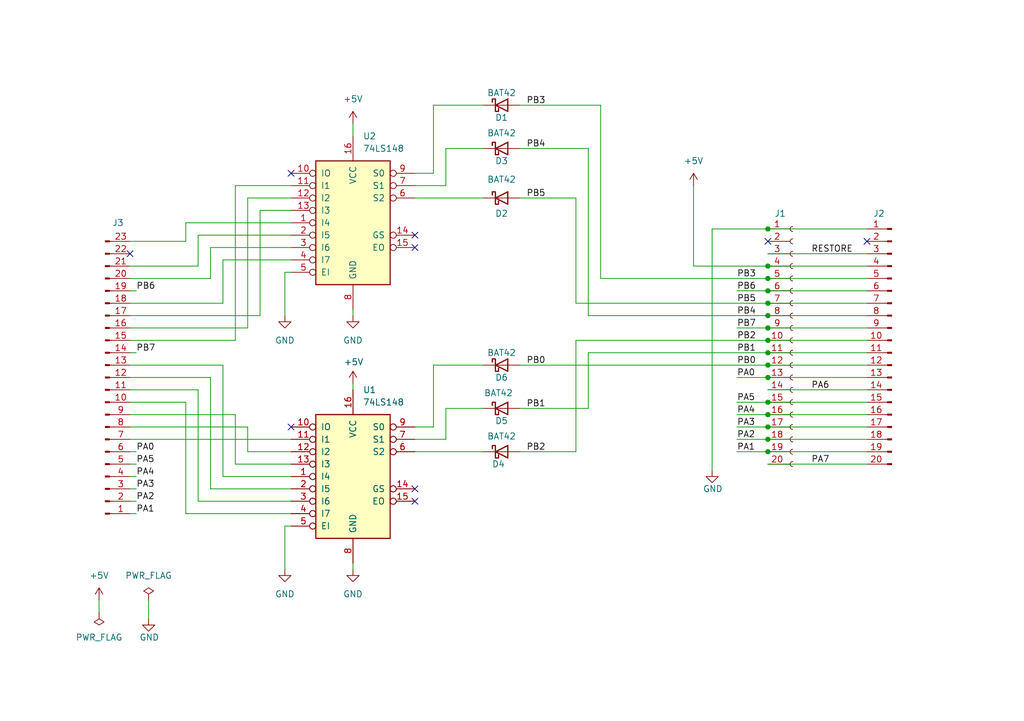
<source format=kicad_sch>
(kicad_sch (version 20230121) (generator eeschema)
  (paper "A5")
  (title_block (title "Tast32x2") (date "2022-04-10") (rev "V001") (comment 1 "reverse-engineered in 2022") (comment 2 "creativecommons.org/licenses/by-sa/4.0/") (comment 3 "License: CC BY-SA 4.0") (comment 4 "Author: InsaneDruid"))
  (lib_symbols
    (symbol "74xx:74LS148" (pin_names (offset 1.016))
      (property "Reference" "U" (at -7.62 13.97 0))
      (property "Value" "74LS148" (at -7.62 -13.97 0))
      (symbol "74LS148_1_0"
        (pin input inverted (at -12.7 0 0) (length 5.08) (name "I4") (number "1"))
        (pin input inverted (at -12.7 10.16 0) (length 5.08) (name "IO") (number "10"))
        (pin input inverted (at -12.7 7.62 0) (length 5.08) (name "I1") (number "11"))
        (pin input inverted (at -12.7 5.08 0) (length 5.08) (name "I2") (number "12"))
        (pin input inverted (at -12.7 2.54 0) (length 5.08) (name "I3") (number "13"))
        (pin output inverted (at 12.7 -2.54 180) (length 5.08) (name "GS") (number "14"))
        (pin output inverted (at 12.7 -5.08 180) (length 5.08) (name "EO") (number "15"))
        (pin power_in line (at 0 17.78 270) (length 5.08) (name "VCC") (number "16"))
        (pin input inverted (at -12.7 -2.54 0) (length 5.08) (name "I5") (number "2"))
        (pin input inverted (at -12.7 -5.08 0) (length 5.08) (name "I6") (number "3"))
        (pin input inverted (at -12.7 -7.62 0) (length 5.08) (name "I7") (number "4"))
        (pin input inverted (at -12.7 -10.16 0) (length 5.08) (name "EI") (number "5"))
        (pin output inverted (at 12.7 5.08 180) (length 5.08) (name "S2") (number "6"))
        (pin output inverted (at 12.7 7.62 180) (length 5.08) (name "S1") (number "7"))
        (pin power_in line (at 0 -17.78 90) (length 5.08) (name "GND") (number "8"))
        (pin output inverted (at 12.7 10.16 180) (length 5.08) (name "S0") (number "9"))
      )
      (symbol "74LS148_1_1"
        (rectangle (start -7.62 12.7) (end 7.62 -12.7) (stroke (width 0.254)) (fill (type background)))
      )
    )
    (symbol "Connector:Conn_01x20_Pin" (pin_names (offset 1.016) hide)
      (property "Reference" "J" (at 0 25.4 0))
      (property "Value" "Conn_01x20_Pin" (at 0 -27.94 0))
      (symbol "Conn_01x20_Pin_1_1"
        (polyline (pts (xy 1.27 -25.4) (xy 0.8636 -25.4)) (stroke (width 0.1524)))
        (polyline (pts (xy 1.27 -22.86) (xy 0.8636 -22.86)) (stroke (width 0.1524)))
        (polyline (pts (xy 1.27 -20.32) (xy 0.8636 -20.32)) (stroke (width 0.1524)))
        (polyline (pts (xy 1.27 -17.78) (xy 0.8636 -17.78)) (stroke (width 0.1524)))
        (polyline (pts (xy 1.27 -15.24) (xy 0.8636 -15.24)) (stroke (width 0.1524)))
        (polyline (pts (xy 1.27 -12.7) (xy 0.8636 -12.7)) (stroke (width 0.1524)))
        (polyline (pts (xy 1.27 -10.16) (xy 0.8636 -10.16)) (stroke (width 0.1524)))
        (polyline (pts (xy 1.27 -7.62) (xy 0.8636 -7.62)) (stroke (width 0.1524)))
        (polyline (pts (xy 1.27 -5.08) (xy 0.8636 -5.08)) (stroke (width 0.1524)))
        (polyline (pts (xy 1.27 -2.54) (xy 0.8636 -2.54)) (stroke (width 0.1524)))
        (polyline (pts (xy 1.27 0) (xy 0.8636 0)) (stroke (width 0.1524)))
        (polyline (pts (xy 1.27 2.54) (xy 0.8636 2.54)) (stroke (width 0.1524)))
        (polyline (pts (xy 1.27 5.08) (xy 0.8636 5.08)) (stroke (width 0.1524)))
        (polyline (pts (xy 1.27 7.62) (xy 0.8636 7.62)) (stroke (width 0.1524)))
        (polyline (pts (xy 1.27 10.16) (xy 0.8636 10.16)) (stroke (width 0.1524)))
        (polyline (pts (xy 1.27 12.7) (xy 0.8636 12.7)) (stroke (width 0.1524)))
        (polyline (pts (xy 1.27 15.24) (xy 0.8636 15.24)) (stroke (width 0.1524)))
        (polyline (pts (xy 1.27 17.78) (xy 0.8636 17.78)) (stroke (width 0.1524)))
        (polyline (pts (xy 1.27 20.32) (xy 0.8636 20.32)) (stroke (width 0.1524)))
        (polyline (pts (xy 1.27 22.86) (xy 0.8636 22.86)) (stroke (width 0.1524)))
        (rectangle (start 0.8636 -25.273) (end 0 -25.527) (stroke (width 0.1524)) (fill (type outline)))
        (rectangle (start 0.8636 -22.733) (end 0 -22.987) (stroke (width 0.1524)) (fill (type outline)))
        (rectangle (start 0.8636 -20.193) (end 0 -20.447) (stroke (width 0.1524)) (fill (type outline)))
        (rectangle (start 0.8636 -17.653) (end 0 -17.907) (stroke (width 0.1524)) (fill (type outline)))
        (rectangle (start 0.8636 -15.113) (end 0 -15.367) (stroke (width 0.1524)) (fill (type outline)))
        (rectangle (start 0.8636 -12.573) (end 0 -12.827) (stroke (width 0.1524)) (fill (type outline)))
        (rectangle (start 0.8636 -10.033) (end 0 -10.287) (stroke (width 0.1524)) (fill (type outline)))
        (rectangle (start 0.8636 -7.493) (end 0 -7.747) (stroke (width 0.1524)) (fill (type outline)))
        (rectangle (start 0.8636 -4.953) (end 0 -5.207) (stroke (width 0.1524)) (fill (type outline)))
        (rectangle (start 0.8636 -2.413) (end 0 -2.667) (stroke (width 0.1524)) (fill (type outline)))
        (rectangle (start 0.8636 0.127) (end 0 -0.127) (stroke (width 0.1524)) (fill (type outline)))
        (rectangle (start 0.8636 2.667) (end 0 2.413) (stroke (width 0.1524)) (fill (type outline)))
        (rectangle (start 0.8636 5.207) (end 0 4.953) (stroke (width 0.1524)) (fill (type outline)))
        (rectangle (start 0.8636 7.747) (end 0 7.493) (stroke (width 0.1524)) (fill (type outline)))
        (rectangle (start 0.8636 10.287) (end 0 10.033) (stroke (width 0.1524)) (fill (type outline)))
        (rectangle (start 0.8636 12.827) (end 0 12.573) (stroke (width 0.1524)) (fill (type outline)))
        (rectangle (start 0.8636 15.367) (end 0 15.113) (stroke (width 0.1524)) (fill (type outline)))
        (rectangle (start 0.8636 17.907) (end 0 17.653) (stroke (width 0.1524)) (fill (type outline)))
        (rectangle (start 0.8636 20.447) (end 0 20.193) (stroke (width 0.1524)) (fill (type outline)))
        (rectangle (start 0.8636 22.987) (end 0 22.733) (stroke (width 0.1524)) (fill (type outline)))
        (pin passive line (at 5.08 22.86 180) (length 3.81) (name "Pin_1") (number "1"))
        (pin passive line (at 5.08 0 180) (length 3.81) (name "Pin_10") (number "10"))
        (pin passive line (at 5.08 -2.54 180) (length 3.81) (name "Pin_11") (number "11"))
        (pin passive line (at 5.08 -5.08 180) (length 3.81) (name "Pin_12") (number "12"))
        (pin passive line (at 5.08 -7.62 180) (length 3.81) (name "Pin_13") (number "13"))
        (pin passive line (at 5.08 -10.16 180) (length 3.81) (name "Pin_14") (number "14"))
        (pin passive line (at 5.08 -12.7 180) (length 3.81) (name "Pin_15") (number "15"))
        (pin passive line (at 5.08 -15.24 180) (length 3.81) (name "Pin_16") (number "16"))
        (pin passive line (at 5.08 -17.78 180) (length 3.81) (name "Pin_17") (number "17"))
        (pin passive line (at 5.08 -20.32 180) (length 3.81) (name "Pin_18") (number "18"))
        (pin passive line (at 5.08 -22.86 180) (length 3.81) (name "Pin_19") (number "19"))
        (pin passive line (at 5.08 20.32 180) (length 3.81) (name "Pin_2") (number "2"))
        (pin passive line (at 5.08 -25.4 180) (length 3.81) (name "Pin_20") (number "20"))
        (pin passive line (at 5.08 17.78 180) (length 3.81) (name "Pin_3") (number "3"))
        (pin passive line (at 5.08 15.24 180) (length 3.81) (name "Pin_4") (number "4"))
        (pin passive line (at 5.08 12.7 180) (length 3.81) (name "Pin_5") (number "5"))
        (pin passive line (at 5.08 10.16 180) (length 3.81) (name "Pin_6") (number "6"))
        (pin passive line (at 5.08 7.62 180) (length 3.81) (name "Pin_7") (number "7"))
        (pin passive line (at 5.08 5.08 180) (length 3.81) (name "Pin_8") (number "8"))
        (pin passive line (at 5.08 2.54 180) (length 3.81) (name "Pin_9") (number "9"))
      )
    )
    (symbol "Connector:Conn_01x20_Socket" (pin_names (offset 1.016) hide)
      (property "Reference" "J" (at 0 25.4 0))
      (property "Value" "Conn_01x20_Socket" (at 0 -27.94 0))
      (symbol "Conn_01x20_Socket_1_1"
        (arc (start 0 -24.892) (mid -0.5058 -25.4) (end 0 -25.908) (stroke (width 0.1524)))
        (arc (start 0 -22.352) (mid -0.5058 -22.86) (end 0 -23.368) (stroke (width 0.1524)))
        (arc (start 0 -19.812) (mid -0.5058 -20.32) (end 0 -20.828) (stroke (width 0.1524)))
        (arc (start 0 -17.272) (mid -0.5058 -17.78) (end 0 -18.288) (stroke (width 0.1524)))
        (arc (start 0 -14.732) (mid -0.5058 -15.24) (end 0 -15.748) (stroke (width 0.1524)))
        (arc (start 0 -12.192) (mid -0.5058 -12.7) (end 0 -13.208) (stroke (width 0.1524)))
        (arc (start 0 -9.652) (mid -0.5058 -10.16) (end 0 -10.668) (stroke (width 0.1524)))
        (arc (start 0 -7.112) (mid -0.5058 -7.62) (end 0 -8.128) (stroke (width 0.1524)))
        (arc (start 0 -4.572) (mid -0.5058 -5.08) (end 0 -5.588) (stroke (width 0.1524)))
        (arc (start 0 -2.032) (mid -0.5058 -2.54) (end 0 -3.048) (stroke (width 0.1524)))
        (polyline (pts (xy -1.27 -25.4) (xy -0.508 -25.4)) (stroke (width 0.1524)))
        (polyline (pts (xy -1.27 -22.86) (xy -0.508 -22.86)) (stroke (width 0.1524)))
        (polyline (pts (xy -1.27 -20.32) (xy -0.508 -20.32)) (stroke (width 0.1524)))
        (polyline (pts (xy -1.27 -17.78) (xy -0.508 -17.78)) (stroke (width 0.1524)))
        (polyline (pts (xy -1.27 -15.24) (xy -0.508 -15.24)) (stroke (width 0.1524)))
        (polyline (pts (xy -1.27 -12.7) (xy -0.508 -12.7)) (stroke (width 0.1524)))
        (polyline (pts (xy -1.27 -10.16) (xy -0.508 -10.16)) (stroke (width 0.1524)))
        (polyline (pts (xy -1.27 -7.62) (xy -0.508 -7.62)) (stroke (width 0.1524)))
        (polyline (pts (xy -1.27 -5.08) (xy -0.508 -5.08)) (stroke (width 0.1524)))
        (polyline (pts (xy -1.27 -2.54) (xy -0.508 -2.54)) (stroke (width 0.1524)))
        (polyline (pts (xy -1.27 0) (xy -0.508 0)) (stroke (width 0.1524)))
        (polyline (pts (xy -1.27 2.54) (xy -0.508 2.54)) (stroke (width 0.1524)))
        (polyline (pts (xy -1.27 5.08) (xy -0.508 5.08)) (stroke (width 0.1524)))
        (polyline (pts (xy -1.27 7.62) (xy -0.508 7.62)) (stroke (width 0.1524)))
        (polyline (pts (xy -1.27 10.16) (xy -0.508 10.16)) (stroke (width 0.1524)))
        (polyline (pts (xy -1.27 12.7) (xy -0.508 12.7)) (stroke (width 0.1524)))
        (polyline (pts (xy -1.27 15.24) (xy -0.508 15.24)) (stroke (width 0.1524)))
        (polyline (pts (xy -1.27 17.78) (xy -0.508 17.78)) (stroke (width 0.1524)))
        (polyline (pts (xy -1.27 20.32) (xy -0.508 20.32)) (stroke (width 0.1524)))
        (polyline (pts (xy -1.27 22.86) (xy -0.508 22.86)) (stroke (width 0.1524)))
        (arc (start 0 0.508) (mid -0.5058 0) (end 0 -0.508) (stroke (width 0.1524)))
        (arc (start 0 3.048) (mid -0.5058 2.54) (end 0 2.032) (stroke (width 0.1524)))
        (arc (start 0 5.588) (mid -0.5058 5.08) (end 0 4.572) (stroke (width 0.1524)))
        (arc (start 0 8.128) (mid -0.5058 7.62) (end 0 7.112) (stroke (width 0.1524)))
        (arc (start 0 10.668) (mid -0.5058 10.16) (end 0 9.652) (stroke (width 0.1524)))
        (arc (start 0 13.208) (mid -0.5058 12.7) (end 0 12.192) (stroke (width 0.1524)))
        (arc (start 0 15.748) (mid -0.5058 15.24) (end 0 14.732) (stroke (width 0.1524)))
        (arc (start 0 18.288) (mid -0.5058 17.78) (end 0 17.272) (stroke (width 0.1524)))
        (arc (start 0 20.828) (mid -0.5058 20.32) (end 0 19.812) (stroke (width 0.1524)))
        (arc (start 0 23.368) (mid -0.5058 22.86) (end 0 22.352) (stroke (width 0.1524)))
        (pin passive line (at -5.08 22.86 0) (length 3.81) (name "Pin_1") (number "1"))
        (pin passive line (at -5.08 0 0) (length 3.81) (name "Pin_10") (number "10"))
        (pin passive line (at -5.08 -2.54 0) (length 3.81) (name "Pin_11") (number "11"))
        (pin passive line (at -5.08 -5.08 0) (length 3.81) (name "Pin_12") (number "12"))
        (pin passive line (at -5.08 -7.62 0) (length 3.81) (name "Pin_13") (number "13"))
        (pin passive line (at -5.08 -10.16 0) (length 3.81) (name "Pin_14") (number "14"))
        (pin passive line (at -5.08 -12.7 0) (length 3.81) (name "Pin_15") (number "15"))
        (pin passive line (at -5.08 -15.24 0) (length 3.81) (name "Pin_16") (number "16"))
        (pin passive line (at -5.08 -17.78 0) (length 3.81) (name "Pin_17") (number "17"))
        (pin passive line (at -5.08 -20.32 0) (length 3.81) (name "Pin_18") (number "18"))
        (pin passive line (at -5.08 -22.86 0) (length 3.81) (name "Pin_19") (number "19"))
        (pin passive line (at -5.08 20.32 0) (length 3.81) (name "Pin_2") (number "2"))
        (pin passive line (at -5.08 -25.4 0) (length 3.81) (name "Pin_20") (number "20"))
        (pin passive line (at -5.08 17.78 0) (length 3.81) (name "Pin_3") (number "3"))
        (pin passive line (at -5.08 15.24 0) (length 3.81) (name "Pin_4") (number "4"))
        (pin passive line (at -5.08 12.7 0) (length 3.81) (name "Pin_5") (number "5"))
        (pin passive line (at -5.08 10.16 0) (length 3.81) (name "Pin_6") (number "6"))
        (pin passive line (at -5.08 7.62 0) (length 3.81) (name "Pin_7") (number "7"))
        (pin passive line (at -5.08 5.08 0) (length 3.81) (name "Pin_8") (number "8"))
        (pin passive line (at -5.08 2.54 0) (length 3.81) (name "Pin_9") (number "9"))
      )
    )
    (symbol "Connector:Conn_01x23_Pin" (pin_names (offset 1.016) hide)
      (property "Reference" "J" (at 0 30.48 0))
      (property "Value" "Conn_01x23_Pin" (at 0 -30.48 0))
      (symbol "Conn_01x23_Pin_1_1"
        (polyline (pts (xy 1.27 -27.94) (xy 0.8636 -27.94)) (stroke (width 0.1524)))
        (polyline (pts (xy 1.27 -25.4) (xy 0.8636 -25.4)) (stroke (width 0.1524)))
        (polyline (pts (xy 1.27 -22.86) (xy 0.8636 -22.86)) (stroke (width 0.1524)))
        (polyline (pts (xy 1.27 -20.32) (xy 0.8636 -20.32)) (stroke (width 0.1524)))
        (polyline (pts (xy 1.27 -17.78) (xy 0.8636 -17.78)) (stroke (width 0.1524)))
        (polyline (pts (xy 1.27 -15.24) (xy 0.8636 -15.24)) (stroke (width 0.1524)))
        (polyline (pts (xy 1.27 -12.7) (xy 0.8636 -12.7)) (stroke (width 0.1524)))
        (polyline (pts (xy 1.27 -10.16) (xy 0.8636 -10.16)) (stroke (width 0.1524)))
        (polyline (pts (xy 1.27 -7.62) (xy 0.8636 -7.62)) (stroke (width 0.1524)))
        (polyline (pts (xy 1.27 -5.08) (xy 0.8636 -5.08)) (stroke (width 0.1524)))
        (polyline (pts (xy 1.27 -2.54) (xy 0.8636 -2.54)) (stroke (width 0.1524)))
        (polyline (pts (xy 1.27 0) (xy 0.8636 0)) (stroke (width 0.1524)))
        (polyline (pts (xy 1.27 2.54) (xy 0.8636 2.54)) (stroke (width 0.1524)))
        (polyline (pts (xy 1.27 5.08) (xy 0.8636 5.08)) (stroke (width 0.1524)))
        (polyline (pts (xy 1.27 7.62) (xy 0.8636 7.62)) (stroke (width 0.1524)))
        (polyline (pts (xy 1.27 10.16) (xy 0.8636 10.16)) (stroke (width 0.1524)))
        (polyline (pts (xy 1.27 12.7) (xy 0.8636 12.7)) (stroke (width 0.1524)))
        (polyline (pts (xy 1.27 15.24) (xy 0.8636 15.24)) (stroke (width 0.1524)))
        (polyline (pts (xy 1.27 17.78) (xy 0.8636 17.78)) (stroke (width 0.1524)))
        (polyline (pts (xy 1.27 20.32) (xy 0.8636 20.32)) (stroke (width 0.1524)))
        (polyline (pts (xy 1.27 22.86) (xy 0.8636 22.86)) (stroke (width 0.1524)))
        (polyline (pts (xy 1.27 25.4) (xy 0.8636 25.4)) (stroke (width 0.1524)))
        (polyline (pts (xy 1.27 27.94) (xy 0.8636 27.94)) (stroke (width 0.1524)))
        (rectangle (start 0.8636 -27.813) (end 0 -28.067) (stroke (width 0.1524)) (fill (type outline)))
        (rectangle (start 0.8636 -25.273) (end 0 -25.527) (stroke (width 0.1524)) (fill (type outline)))
        (rectangle (start 0.8636 -22.733) (end 0 -22.987) (stroke (width 0.1524)) (fill (type outline)))
        (rectangle (start 0.8636 -20.193) (end 0 -20.447) (stroke (width 0.1524)) (fill (type outline)))
        (rectangle (start 0.8636 -17.653) (end 0 -17.907) (stroke (width 0.1524)) (fill (type outline)))
        (rectangle (start 0.8636 -15.113) (end 0 -15.367) (stroke (width 0.1524)) (fill (type outline)))
        (rectangle (start 0.8636 -12.573) (end 0 -12.827) (stroke (width 0.1524)) (fill (type outline)))
        (rectangle (start 0.8636 -10.033) (end 0 -10.287) (stroke (width 0.1524)) (fill (type outline)))
        (rectangle (start 0.8636 -7.493) (end 0 -7.747) (stroke (width 0.1524)) (fill (type outline)))
        (rectangle (start 0.8636 -4.953) (end 0 -5.207) (stroke (width 0.1524)) (fill (type outline)))
        (rectangle (start 0.8636 -2.413) (end 0 -2.667) (stroke (width 0.1524)) (fill (type outline)))
        (rectangle (start 0.8636 0.127) (end 0 -0.127) (stroke (width 0.1524)) (fill (type outline)))
        (rectangle (start 0.8636 2.667) (end 0 2.413) (stroke (width 0.1524)) (fill (type outline)))
        (rectangle (start 0.8636 5.207) (end 0 4.953) (stroke (width 0.1524)) (fill (type outline)))
        (rectangle (start 0.8636 7.747) (end 0 7.493) (stroke (width 0.1524)) (fill (type outline)))
        (rectangle (start 0.8636 10.287) (end 0 10.033) (stroke (width 0.1524)) (fill (type outline)))
        (rectangle (start 0.8636 12.827) (end 0 12.573) (stroke (width 0.1524)) (fill (type outline)))
        (rectangle (start 0.8636 15.367) (end 0 15.113) (stroke (width 0.1524)) (fill (type outline)))
        (rectangle (start 0.8636 17.907) (end 0 17.653) (stroke (width 0.1524)) (fill (type outline)))
        (rectangle (start 0.8636 20.447) (end 0 20.193) (stroke (width 0.1524)) (fill (type outline)))
        (rectangle (start 0.8636 22.987) (end 0 22.733) (stroke (width 0.1524)) (fill (type outline)))
        (rectangle (start 0.8636 25.527) (end 0 25.273) (stroke (width 0.1524)) (fill (type outline)))
        (rectangle (start 0.8636 28.067) (end 0 27.813) (stroke (width 0.1524)) (fill (type outline)))
        (pin passive line (at 5.08 27.94 180) (length 3.81) (name "Pin_1") (number "1"))
        (pin passive line (at 5.08 5.08 180) (length 3.81) (name "Pin_10") (number "10"))
        (pin passive line (at 5.08 2.54 180) (length 3.81) (name "Pin_11") (number "11"))
        (pin passive line (at 5.08 0 180) (length 3.81) (name "Pin_12") (number "12"))
        (pin passive line (at 5.08 -2.54 180) (length 3.81) (name "Pin_13") (number "13"))
        (pin passive line (at 5.08 -5.08 180) (length 3.81) (name "Pin_14") (number "14"))
        (pin passive line (at 5.08 -7.62 180) (length 3.81) (name "Pin_15") (number "15"))
        (pin passive line (at 5.08 -10.16 180) (length 3.81) (name "Pin_16") (number "16"))
        (pin passive line (at 5.08 -12.7 180) (length 3.81) (name "Pin_17") (number "17"))
        (pin passive line (at 5.08 -15.24 180) (length 3.81) (name "Pin_18") (number "18"))
        (pin passive line (at 5.08 -17.78 180) (length 3.81) (name "Pin_19") (number "19"))
        (pin passive line (at 5.08 25.4 180) (length 3.81) (name "Pin_2") (number "2"))
        (pin passive line (at 5.08 -20.32 180) (length 3.81) (name "Pin_20") (number "20"))
        (pin passive line (at 5.08 -22.86 180) (length 3.81) (name "Pin_21") (number "21"))
        (pin passive line (at 5.08 -25.4 180) (length 3.81) (name "Pin_22") (number "22"))
        (pin passive line (at 5.08 -27.94 180) (length 3.81) (name "Pin_23") (number "23"))
        (pin passive line (at 5.08 22.86 180) (length 3.81) (name "Pin_3") (number "3"))
        (pin passive line (at 5.08 20.32 180) (length 3.81) (name "Pin_4") (number "4"))
        (pin passive line (at 5.08 17.78 180) (length 3.81) (name "Pin_5") (number "5"))
        (pin passive line (at 5.08 15.24 180) (length 3.81) (name "Pin_6") (number "6"))
        (pin passive line (at 5.08 12.7 180) (length 3.81) (name "Pin_7") (number "7"))
        (pin passive line (at 5.08 10.16 180) (length 3.81) (name "Pin_8") (number "8"))
        (pin passive line (at 5.08 7.62 180) (length 3.81) (name "Pin_9") (number "9"))
      )
    )
    (symbol "Diode:BAT42" (pin_numbers hide) (pin_names (offset 1.016) hide)
      (property "Reference" "D" (at 0 2.54 0))
      (property "Value" "BAT42" (at 0 -2.54 0))
      (symbol "BAT42_0_1"
        (polyline (pts (xy 1.27 0) (xy -1.27 0)))
        (polyline (pts (xy 1.27 1.27) (xy 1.27 -1.27) (xy -1.27 0) (xy 1.27 1.27)) (stroke (width 0.254)))
        (polyline (pts (xy -1.905 0.635) (xy -1.905 1.27) (xy -1.27 1.27) (xy -1.27 -1.27) (xy -0.635 -1.27) (xy -0.635 -0.635)) (stroke (width 0.254)))
      )
      (symbol "BAT42_1_1"
        (pin passive line (at -3.81 0 0) (length 2.54) (name "K") (number "1"))
        (pin passive line (at 3.81 0 180) (length 2.54) (name "A") (number "2"))
      )
    )
    (symbol "power:+5V" (power) (pin_names (offset 0))
      (property "Value" "+5V" (at 0 3.556 0))
      (symbol "+5V_0_1"
        (polyline (pts (xy -0.762 1.27) (xy 0 2.54)))
        (polyline (pts (xy 0 0) (xy 0 2.54)))
        (polyline (pts (xy 0 2.54) (xy 0.762 1.27)))
      )
      (symbol "+5V_1_1"
        (pin power_in line (at 0 0 90) (length 0) hide (name "+5V") (number "1"))
      )
    )
    (symbol "power:GND" (power) (pin_names (offset 0))
      (property "Value" "GND" (at 0 -3.81 0))
      (symbol "GND_0_1"
        (polyline (pts (xy 0 0) (xy 0 -1.27) (xy 1.27 -1.27) (xy 0 -2.54) (xy -1.27 -1.27) (xy 0 -1.27)))
      )
      (symbol "GND_1_1"
        (pin power_in line (at 0 0 270) (length 0) hide (name "GND") (number "1"))
      )
    )
    (symbol "power:PWR_FLAG" (power) (pin_numbers hide) (pin_names (offset 0) hide)
      (property "Value" "PWR_FLAG" (at 0 3.81 0))
      (symbol "PWR_FLAG_0_0"
        (pin power_out line (at 0 0 90) (length 0) (name "pwr") (number "1"))
      )
      (symbol "PWR_FLAG_0_1"
        (polyline (pts (xy 0 0) (xy 0 1.27) (xy -1.016 1.905) (xy 0 2.54) (xy 1.016 1.905) (xy 0 1.27)))
      )
    )
  )
  (junction (at 157.48 87.63))
  (junction (at 157.48 62.23))
  (junction (at 157.48 85.09))
  (junction (at 157.48 57.15))
  (junction (at 157.48 92.71))
  (junction (at 157.48 46.99))
  (junction (at 157.48 64.77))
  (junction (at 157.48 72.39))
  (junction (at 157.48 77.47))
  (junction (at 157.48 82.55))
  (junction (at 157.48 67.31))
  (junction (at 157.48 59.69))
  (junction (at 157.48 69.85))
  (junction (at 157.48 54.61))
  (junction (at 157.48 74.93))
  (junction (at 157.48 90.17))
  (no_connect (at 157.48 49.53))
  (no_connect (at 26.67 52.07))
  (no_connect (at 85.09 102.87))
  (no_connect (at 85.09 100.33))
  (no_connect (at 85.09 50.8))
  (no_connect (at 85.09 48.26))
  (no_connect (at 177.8 49.53))
  (no_connect (at 59.69 87.63))
  (no_connect (at 59.69 35.56))
  (wire (pts (xy 106.68 83.82) (xy 120.65 83.82)))
  (wire (pts (xy 85.09 35.56) (xy 88.9 35.56)))
  (wire (pts (xy 26.67 87.63) (xy 50.8 87.63)))
  (wire (pts (xy 88.9 87.63) (xy 85.09 87.63)))
  (wire (pts (xy 157.48 85.09) (xy 177.8 85.09)))
  (wire (pts (xy 59.69 48.26) (xy 40.64 48.26)))
  (wire (pts (xy 58.42 55.88) (xy 59.69 55.88)))
  (wire (pts (xy 88.9 21.59) (xy 99.06 21.59)))
  (wire (pts (xy 151.13 82.55) (xy 157.48 82.55)))
  (wire (pts (xy 157.48 74.93) (xy 177.8 74.93)))
  (wire (pts (xy 50.8 87.63) (xy 50.8 92.71)))
  (wire (pts (xy 26.67 59.69) (xy 27.94 59.69)))
  (wire (pts (xy 26.67 82.55) (xy 38.1 82.55)))
  (wire (pts (xy 118.11 40.64) (xy 118.11 62.23)))
  (wire (pts (xy 20.32 123.19) (xy 20.32 125.73)))
  (wire (pts (xy 58.42 107.95) (xy 59.69 107.95)))
  (wire (pts (xy 26.67 85.09) (xy 48.26 85.09)))
  (wire (pts (xy 151.13 77.47) (xy 157.48 77.47)))
  (wire (pts (xy 157.48 54.61) (xy 142.24 54.61)))
  (wire (pts (xy 26.67 105.41) (xy 27.94 105.41)))
  (wire (pts (xy 40.64 80.01) (xy 40.64 102.87)))
  (wire (pts (xy 45.72 97.79) (xy 59.69 97.79)))
  (wire (pts (xy 157.48 64.77) (xy 177.8 64.77)))
  (wire (pts (xy 26.67 95.25) (xy 27.94 95.25)))
  (wire (pts (xy 48.26 95.25) (xy 59.69 95.25)))
  (wire (pts (xy 26.67 72.39) (xy 27.94 72.39)))
  (wire (pts (xy 106.68 74.93) (xy 157.48 74.93)))
  (wire (pts (xy 58.42 107.95) (xy 58.42 116.84)))
  (wire (pts (xy 118.11 69.85) (xy 157.48 69.85)))
  (wire (pts (xy 157.48 52.07) (xy 177.8 52.07)))
  (wire (pts (xy 157.48 90.17) (xy 177.8 90.17)))
  (wire (pts (xy 157.48 62.23) (xy 177.8 62.23)))
  (wire (pts (xy 38.1 45.72) (xy 38.1 49.53)))
  (wire (pts (xy 118.11 92.71) (xy 118.11 69.85)))
  (wire (pts (xy 85.09 40.64) (xy 99.06 40.64)))
  (wire (pts (xy 72.39 115.57) (xy 72.39 116.84)))
  (wire (pts (xy 157.48 92.71) (xy 177.8 92.71)))
  (wire (pts (xy 38.1 49.53) (xy 26.67 49.53)))
  (wire (pts (xy 157.48 46.99) (xy 146.05 46.99)))
  (wire (pts (xy 85.09 38.1) (xy 91.44 38.1)))
  (wire (pts (xy 120.65 64.77) (xy 120.65 30.48)))
  (wire (pts (xy 123.19 57.15) (xy 157.48 57.15)))
  (wire (pts (xy 88.9 74.93) (xy 88.9 87.63)))
  (wire (pts (xy 157.48 54.61) (xy 177.8 54.61)))
  (wire (pts (xy 53.34 43.18) (xy 59.69 43.18)))
  (wire (pts (xy 26.67 102.87) (xy 27.94 102.87)))
  (wire (pts (xy 26.67 62.23) (xy 45.72 62.23)))
  (wire (pts (xy 43.18 50.8) (xy 43.18 57.15)))
  (wire (pts (xy 26.67 100.33) (xy 27.94 100.33)))
  (wire (pts (xy 45.72 53.34) (xy 59.69 53.34)))
  (wire (pts (xy 59.69 100.33) (xy 43.18 100.33)))
  (wire (pts (xy 26.67 74.93) (xy 45.72 74.93)))
  (wire (pts (xy 157.48 69.85) (xy 177.8 69.85)))
  (wire (pts (xy 157.48 67.31) (xy 177.8 67.31)))
  (wire (pts (xy 151.13 87.63) (xy 157.48 87.63)))
  (wire (pts (xy 88.9 74.93) (xy 99.06 74.93)))
  (wire (pts (xy 59.69 50.8) (xy 43.18 50.8)))
  (wire (pts (xy 151.13 92.71) (xy 157.48 92.71)))
  (wire (pts (xy 157.48 95.25) (xy 177.8 95.25)))
  (wire (pts (xy 106.68 21.59) (xy 123.19 21.59)))
  (wire (pts (xy 26.67 69.85) (xy 48.26 69.85)))
  (wire (pts (xy 26.67 92.71) (xy 27.94 92.71)))
  (wire (pts (xy 26.67 64.77) (xy 53.34 64.77)))
  (wire (pts (xy 91.44 38.1) (xy 91.44 30.48)))
  (wire (pts (xy 157.48 87.63) (xy 177.8 87.63)))
  (wire (pts (xy 48.26 69.85) (xy 48.26 38.1)))
  (wire (pts (xy 106.68 92.71) (xy 118.11 92.71)))
  (wire (pts (xy 106.68 40.64) (xy 118.11 40.64)))
  (wire (pts (xy 26.67 80.01) (xy 40.64 80.01)))
  (wire (pts (xy 91.44 83.82) (xy 99.06 83.82)))
  (wire (pts (xy 120.65 72.39) (xy 120.65 83.82)))
  (wire (pts (xy 58.42 55.88) (xy 58.42 64.77)))
  (wire (pts (xy 26.67 67.31) (xy 50.8 67.31)))
  (wire (pts (xy 142.24 38.1) (xy 142.24 54.61)))
  (wire (pts (xy 151.13 67.31) (xy 157.48 67.31)))
  (wire (pts (xy 43.18 57.15) (xy 26.67 57.15)))
  (wire (pts (xy 88.9 35.56) (xy 88.9 21.59)))
  (wire (pts (xy 50.8 40.64) (xy 59.69 40.64)))
  (wire (pts (xy 85.09 92.71) (xy 99.06 92.71)))
  (wire (pts (xy 40.64 102.87) (xy 59.69 102.87)))
  (wire (pts (xy 106.68 30.48) (xy 120.65 30.48)))
  (wire (pts (xy 120.65 72.39) (xy 157.48 72.39)))
  (wire (pts (xy 26.67 97.79) (xy 27.94 97.79)))
  (wire (pts (xy 43.18 100.33) (xy 43.18 77.47)))
  (wire (pts (xy 157.48 77.47) (xy 177.8 77.47)))
  (wire (pts (xy 151.13 90.17) (xy 157.48 90.17)))
  (wire (pts (xy 43.18 77.47) (xy 26.67 77.47)))
  (wire (pts (xy 157.48 46.99) (xy 177.8 46.99)))
  (wire (pts (xy 157.48 57.15) (xy 177.8 57.15)))
  (wire (pts (xy 151.13 59.69) (xy 157.48 59.69)))
  (wire (pts (xy 157.48 59.69) (xy 177.8 59.69)))
  (wire (pts (xy 85.09 90.17) (xy 91.44 90.17)))
  (wire (pts (xy 151.13 85.09) (xy 157.48 85.09)))
  (wire (pts (xy 48.26 38.1) (xy 59.69 38.1)))
  (wire (pts (xy 123.19 21.59) (xy 123.19 57.15)))
  (wire (pts (xy 91.44 90.17) (xy 91.44 83.82)))
  (wire (pts (xy 26.67 90.17) (xy 59.69 90.17)))
  (wire (pts (xy 118.11 62.23) (xy 157.48 62.23)))
  (wire (pts (xy 38.1 82.55) (xy 38.1 105.41)))
  (wire (pts (xy 72.39 25.4) (xy 72.39 27.94)))
  (wire (pts (xy 30.48 123.19) (xy 30.48 127)))
  (wire (pts (xy 45.72 74.93) (xy 45.72 97.79)))
  (wire (pts (xy 146.05 46.99) (xy 146.05 96.52)))
  (wire (pts (xy 157.48 80.01) (xy 177.8 80.01)))
  (wire (pts (xy 50.8 92.71) (xy 59.69 92.71)))
  (wire (pts (xy 50.8 67.31) (xy 50.8 40.64)))
  (wire (pts (xy 120.65 64.77) (xy 157.48 64.77)))
  (wire (pts (xy 40.64 48.26) (xy 40.64 54.61)))
  (wire (pts (xy 38.1 105.41) (xy 59.69 105.41)))
  (wire (pts (xy 48.26 85.09) (xy 48.26 95.25)))
  (wire (pts (xy 91.44 30.48) (xy 99.06 30.48)))
  (wire (pts (xy 72.39 78.74) (xy 72.39 80.01)))
  (wire (pts (xy 40.64 54.61) (xy 26.67 54.61)))
  (wire (pts (xy 72.39 63.5) (xy 72.39 64.77)))
  (wire (pts (xy 157.48 82.55) (xy 177.8 82.55)))
  (wire (pts (xy 53.34 64.77) (xy 53.34 43.18)))
  (wire (pts (xy 38.1 45.72) (xy 59.69 45.72)))
  (wire (pts (xy 45.72 62.23) (xy 45.72 53.34)))
  (wire (pts (xy 157.48 72.39) (xy 177.8 72.39)))
  (label "PA4" (at 151.13 85.09 0))
  (label "PB4" (at 151.13 64.77 0))
  (label "PA1" (at 27.94 105.41 0))
  (label "PB6" (at 151.13 59.69 0))
  (label "PA2" (at 27.94 102.87 0))
  (label "PA0" (at 27.94 92.71 0))
  (label "PB3" (at 151.13 57.15 0))
  (label "PA3" (at 151.13 87.63 0))
  (label "PB7" (at 151.13 67.31 0))
  (label "PB2" (at 151.13 69.85 0))
  (label "PA5" (at 151.13 82.55 0))
  (label "RESTORE" (at 166.37 52.07 0))
  (label "PA5" (at 27.94 95.25 0))
  (label "PA2" (at 151.13 90.17 0))
  (label "PB7" (at 27.94 72.39 0))
  (label "PB5" (at 107.95 40.64 0))
  (label "PA7" (at 166.37 95.25 0))
  (label "PB3" (at 107.95 21.59 0))
  (label "PA3" (at 27.94 100.33 0))
  (label "PB4" (at 107.95 30.48 0))
  (label "PB1" (at 151.13 72.39 0))
  (label "PB0" (at 151.13 74.93 0))
  (label "PA1" (at 151.13 92.71 0))
  (label "PA4" (at 27.94 97.79 0))
  (label "PB6" (at 27.94 59.69 0))
  (label "PB5" (at 151.13 62.23 0))
  (label "PB1" (at 107.95 83.82 0))
  (label "PB0" (at 107.95 74.93 0))
  (label "PA6" (at 166.37 80.01 0))
  (label "PA0" (at 151.13 77.47 0))
  (label "PB2" (at 107.95 92.71 0))
  (symbol (lib_id "74xx:74LS148") (at 72.39 45.72 0) (unit 1)
    (property "Reference" "U2" (at 74.4094 27.94 0) (effects (justify left)))
    (property "Value" "74LS148" (at 74.4094 30.48 0) (effects (justify left)))
    (property "Footprint" "Package_DIP:DIP-16_W7.62mm" (effects hide))
    (property "Datasheet" "http://www.ti.com/lit/gpn/sn74LS148" (effects hide))
  )
  (symbol (lib_id "Diode:BAT42") (at 102.87 30.48 0) (unit 1)
    (property "Reference" "D3" (at 102.87 33.02 0))
    (property "Value" "BAT42" (at 102.87 27.305 0))
    (property "Footprint" "Diode_THT:D_DO-35_SOD27_P7.62mm_Horizontal" (effects hide))
    (property "Datasheet" "http://www.vishay.com/docs/85660/bat42.pdf" (effects hide))
  )
  (symbol (lib_id "power:GND") (at 72.39 116.84 0) (unit 1)
    (property "Reference" "#PWR0110" (effects hide))
    (property "Value" "GND" (at 72.39 121.92 0))
  )
  (symbol (lib_id "power:+5V") (at 72.39 25.4 0) (unit 1)
    (property "Reference" "#PWR0108" (effects hide))
    (property "Value" "+5V" (at 72.39 20.32 0))
  )
  (symbol (lib_id "Diode:BAT42") (at 102.87 92.71 0) (unit 1)
    (property "Reference" "D4" (at 102.235 95.25 0))
    (property "Value" "BAT42" (at 102.87 89.535 0))
    (property "Footprint" "Diode_THT:D_DO-35_SOD27_P7.62mm_Horizontal" (effects hide))
    (property "Datasheet" "http://www.vishay.com/docs/85660/bat42.pdf" (effects hide))
  )
  (symbol (lib_id "Diode:BAT42") (at 102.87 83.82 0) (unit 1)
    (property "Reference" "D5" (at 102.87 86.36 0))
    (property "Value" "BAT42" (at 102.235 80.645 0))
    (property "Footprint" "Diode_THT:D_DO-35_SOD27_P7.62mm_Horizontal" (effects hide))
    (property "Datasheet" "http://www.vishay.com/docs/85660/bat42.pdf" (effects hide))
  )
  (symbol (lib_id "Connector:Conn_01x20_Pin") (at 182.88 69.85 0) (mirror y) (unit 1)
    (property "Reference" "J2" (at 179.07 43.815 0) (effects (justify right)))
    (property "Value" "Conn_01x20_Male" (effects hide))
    (property "Footprint" "tast32x2_lib_fp:PinHeader_1x20_P2.54mm_Vertical" (effects hide))
  )
  (symbol (lib_id "power:+5V") (at 72.39 78.74 0) (unit 1)
    (property "Reference" "#PWR0106" (effects hide))
    (property "Value" "+5V" (at 70.485 74.295 0) (effects (justify left)))
  )
  (symbol (lib_id "power:GND") (at 72.39 64.77 0) (unit 1)
    (property "Reference" "#PWR0107" (effects hide))
    (property "Value" "GND" (at 72.39 69.85 0))
  )
  (symbol (lib_id "power:+5V") (at 142.24 38.1 0) (unit 1)
    (property "Reference" "#PWR0104" (effects hide))
    (property "Value" "+5V" (at 142.24 33.02 0))
  )
  (symbol (lib_id "power:PWR_FLAG") (at 30.48 123.19 0) (unit 1)
    (property "Reference" "#FLG01" (effects hide))
    (property "Value" "PWR_FLAG" (at 30.48 118.11 0))
  )
  (symbol (lib_id "Diode:BAT42") (at 102.87 21.59 0) (unit 1)
    (property "Reference" "D1" (at 102.87 24.13 0))
    (property "Value" "BAT42" (at 102.87 19.05 0))
    (property "Footprint" "Diode_THT:D_DO-35_SOD27_P7.62mm_Horizontal" (effects hide))
    (property "Datasheet" "http://www.vishay.com/docs/85660/bat42.pdf" (effects hide))
  )
  (symbol (lib_id "power:PWR_FLAG") (at 20.32 125.73 180) (unit 1)
    (property "Reference" "#FLG02" (effects hide))
    (property "Value" "PWR_FLAG" (at 20.32 130.81 0))
  )
  (symbol (lib_id "power:+5V") (at 20.32 123.19 0) (unit 1)
    (property "Reference" "#PWR02" (effects hide))
    (property "Value" "+5V" (at 20.32 118.11 0))
  )
  (symbol (lib_id "Diode:BAT42") (at 102.87 74.93 0) (unit 1)
    (property "Reference" "D6" (at 102.87 77.47 0))
    (property "Value" "BAT42" (at 102.87 72.39 0))
    (property "Footprint" "Diode_THT:D_DO-35_SOD27_P7.62mm_Horizontal" (effects hide))
    (property "Datasheet" "http://www.vishay.com/docs/85660/bat42.pdf" (effects hide))
  )
  (symbol (lib_id "power:GND") (at 58.42 116.84 0) (unit 1)
    (property "Reference" "#PWR0109" (effects hide))
    (property "Value" "GND" (at 58.42 121.92 0))
  )
  (symbol (lib_id "Diode:BAT42") (at 102.87 40.64 0) (unit 1)
    (property "Reference" "D2" (at 102.87 43.815 0))
    (property "Value" "BAT42" (at 102.87 36.83 0))
    (property "Footprint" "Diode_THT:D_DO-35_SOD27_P7.62mm_Horizontal" (effects hide))
    (property "Datasheet" "http://www.vishay.com/docs/85660/bat42.pdf" (effects hide))
  )
  (symbol (lib_id "power:GND") (at 146.05 96.52 0) (unit 1)
    (property "Reference" "#PWR0105" (effects hide))
    (property "Value" "GND" (at 144.145 100.33 0) (effects (justify left)))
  )
  (symbol (lib_id "74xx:74LS148") (at 72.39 97.79 0) (unit 1)
    (property "Reference" "U1" (at 74.4094 80.01 0) (effects (justify left)))
    (property "Value" "74LS148" (at 74.4094 82.55 0) (effects (justify left)))
    (property "Footprint" "Package_DIP:DIP-16_W7.62mm" (effects hide))
    (property "Datasheet" "http://www.ti.com/lit/gpn/sn74LS148" (effects hide))
  )
  (symbol (lib_id "power:GND") (at 58.42 64.77 0) (unit 1)
    (property "Reference" "#PWR0103" (effects hide))
    (property "Value" "GND" (at 58.42 69.85 0))
  )
  (symbol (lib_id "power:GND") (at 30.48 127 0) (unit 1)
    (property "Reference" "#PWR01" (effects hide))
    (property "Value" "GND" (at 28.575 130.81 0) (effects (justify left)))
  )
  (symbol (lib_id "Connector:Conn_01x20_Socket") (at 162.56 69.85 0) (unit 1)
    (property "Reference" "J1" (at 160.02 43.815 0))
    (property "Value" "Conn_01x20_Female" (effects hide))
    (property "Footprint" "Connector_PinSocket_2.54mm:PinSocket_1x20_P2.54mm_Vertical" (effects hide))
  )
  (symbol (lib_id "Connector:Conn_01x23_Pin") (at 21.59 77.47 0) (mirror x) (unit 1)
    (property "Reference" "J3" (at 25.4 45.72 0) (effects (justify right)))
    (property "Value" "Conn_01x23_Male" (effects hide))
    (property "Footprint" "tast32x2_lib_fp:PinHeader_1x23_P2.54mm_Vertical" (effects hide))
  )
)
</source>
